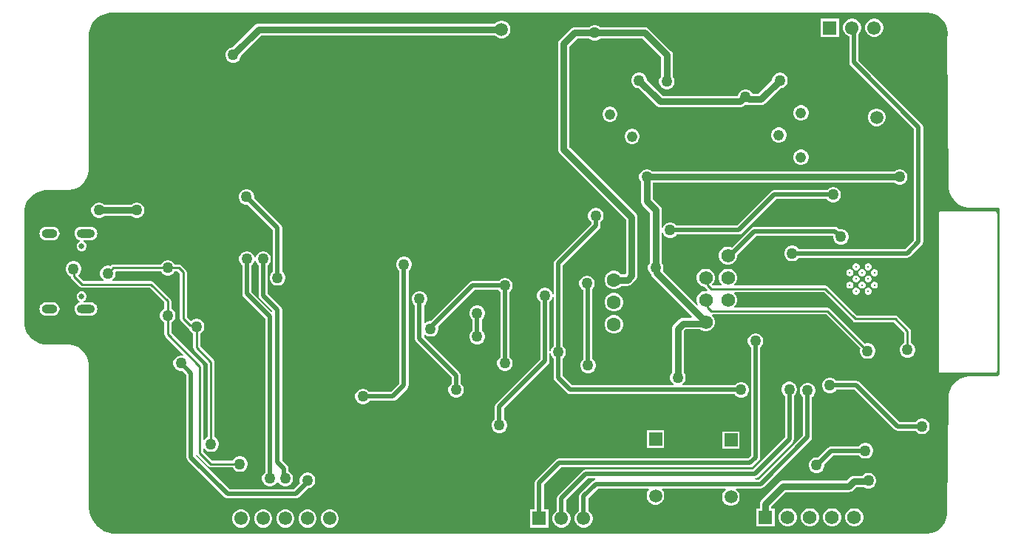
<source format=gbl>
G04*
G04 #@! TF.GenerationSoftware,Altium Limited,Altium Designer,23.2.1 (34)*
G04*
G04 Layer_Physical_Order=2*
G04 Layer_Color=16711680*
%FSLAX44Y44*%
%MOMM*%
G71*
G04*
G04 #@! TF.SameCoordinates,75154B13-1296-4508-9C84-23632F313CF3*
G04*
G04*
G04 #@! TF.FilePolarity,Positive*
G04*
G01*
G75*
%ADD16C,0.2540*%
%ADD83R,1.5700X1.5700*%
%ADD84C,1.5700*%
%ADD85R,1.5500X1.5500*%
%ADD86C,1.5500*%
%ADD89R,1.5700X1.5700*%
%ADD92C,0.8000*%
%ADD93C,0.5000*%
%ADD94C,1.6000*%
%ADD95R,1.6000X1.6000*%
%ADD96O,1.8000X1.0000*%
%ADD97C,0.6500*%
%ADD98O,2.1000X1.0000*%
%ADD99C,0.3000*%
%ADD100R,1.5000X1.5000*%
%ADD101C,1.5000*%
%ADD102C,1.5080*%
%ADD103R,1.5080X1.5080*%
%ADD104C,3.0000*%
%ADD105C,1.2100*%
%ADD106C,1.2700*%
G36*
X1605934Y994122D02*
X1609593Y992937D01*
X1613021Y991193D01*
X1616134Y988933D01*
X1618853Y986214D01*
X1621113Y983101D01*
X1622857Y979673D01*
X1624042Y976014D01*
X1624639Y972215D01*
X1624634Y968369D01*
X1624330Y966470D01*
X1624330D01*
X1624330Y966470D01*
X1625600Y796290D01*
X1625722Y793800D01*
X1626694Y788917D01*
X1628599Y784316D01*
X1631366Y780176D01*
X1634886Y776656D01*
X1639026Y773889D01*
X1643627Y771984D01*
X1648510Y771012D01*
X1651000Y770890D01*
X1683003D01*
X1683469Y770697D01*
X1683827Y770339D01*
X1684020Y769873D01*
Y769620D01*
X1684020Y581660D01*
X1684020Y580902D01*
X1683440Y579501D01*
X1682368Y578429D01*
X1681405Y578031D01*
X1680210Y577850D01*
Y577850D01*
X1651000Y577850D01*
X1648629Y577858D01*
X1643941Y577180D01*
X1639475Y575600D01*
X1635403Y573179D01*
X1631882Y570010D01*
X1629047Y566215D01*
X1627007Y561940D01*
X1625840Y557349D01*
X1625600Y554990D01*
X1625600Y554990D01*
X1625600Y554990D01*
X1624330Y422910D01*
X1624330Y420408D01*
X1623354Y415501D01*
X1621440Y410878D01*
X1618660Y406718D01*
X1615122Y403180D01*
X1610962Y400400D01*
X1606339Y398486D01*
X1601432Y397510D01*
X1598930Y397510D01*
X673100D01*
X671019Y397510D01*
X666892Y398053D01*
X662872Y399130D01*
X659027Y400723D01*
X655422Y402804D01*
X652120Y405338D01*
X649177Y408281D01*
X646644Y411583D01*
X644563Y415187D01*
X642970Y419032D01*
X641893Y423052D01*
X641350Y427179D01*
X641350Y429260D01*
X641350Y589280D01*
X641228Y591770D01*
X640257Y596653D01*
X638351Y601254D01*
X635585Y605394D01*
X632064Y608915D01*
X627924Y611681D01*
X623323Y613586D01*
X618440Y614558D01*
X615950Y614680D01*
X615950Y614680D01*
X615950Y614680D01*
X592660Y614680D01*
X590158Y614680D01*
X585251Y615656D01*
X580629Y617571D01*
X576468Y620350D01*
X572930Y623888D01*
X570151Y628049D01*
X568236Y632671D01*
X567260Y637578D01*
X567260Y640080D01*
Y765810D01*
X567260Y768312D01*
X568236Y773219D01*
X570151Y777841D01*
X572930Y782001D01*
X576468Y785539D01*
X580629Y788319D01*
X585251Y790234D01*
X590158Y791210D01*
X592660Y791210D01*
X592660Y791210D01*
X615950D01*
X618440Y791332D01*
X623323Y792304D01*
X627924Y794209D01*
X632064Y796975D01*
X635584Y800496D01*
X638351Y804637D01*
X640256Y809237D01*
X641228Y814120D01*
X641350Y816610D01*
Y969010D01*
Y971512D01*
X642326Y976419D01*
X644241Y981041D01*
X647020Y985201D01*
X650558Y988739D01*
X654719Y991519D01*
X659341Y993434D01*
X664248Y994410D01*
X666750D01*
X666750Y994410D01*
X704850D01*
X1596390Y994410D01*
X1598289Y994714D01*
X1602135Y994720D01*
X1605934Y994122D01*
D02*
G37*
%LPC*%
G36*
X1541865Y987534D02*
X1539155D01*
X1536538Y986833D01*
X1534192Y985478D01*
X1532276Y983562D01*
X1530921Y981216D01*
X1530220Y978599D01*
Y975889D01*
X1530921Y973272D01*
X1532276Y970926D01*
X1534192Y969010D01*
X1536538Y967655D01*
X1539155Y966954D01*
X1541865D01*
X1544482Y967655D01*
X1546828Y969010D01*
X1548744Y970926D01*
X1550099Y973272D01*
X1550800Y975889D01*
Y978599D01*
X1550099Y981216D01*
X1548744Y983562D01*
X1546828Y985478D01*
X1544482Y986833D01*
X1541865Y987534D01*
D02*
G37*
G36*
X1500000D02*
X1479420D01*
Y966954D01*
X1500000D01*
Y987534D01*
D02*
G37*
G36*
X1115112Y985400D02*
X1112468D01*
X1109915Y984716D01*
X1107625Y983394D01*
X1106188Y981956D01*
X835660D01*
X833953Y981732D01*
X832362Y981073D01*
X830996Y980024D01*
X806011Y955040D01*
X805280D01*
X803019Y954434D01*
X800991Y953264D01*
X799336Y951609D01*
X798166Y949581D01*
X797560Y947320D01*
Y944980D01*
X798166Y942719D01*
X799336Y940691D01*
X800991Y939036D01*
X803019Y937866D01*
X805280Y937260D01*
X807620D01*
X809881Y937866D01*
X811909Y939036D01*
X813564Y940691D01*
X814734Y942719D01*
X815340Y944980D01*
Y945711D01*
X838392Y968764D01*
X1106188D01*
X1107625Y967326D01*
X1109915Y966004D01*
X1112468Y965320D01*
X1115112D01*
X1117665Y966004D01*
X1119955Y967326D01*
X1121824Y969195D01*
X1123146Y971485D01*
X1123830Y974038D01*
Y976682D01*
X1123146Y979235D01*
X1121824Y981525D01*
X1119955Y983394D01*
X1117665Y984716D01*
X1115112Y985400D01*
D02*
G37*
G36*
X1221640Y980440D02*
X1219300D01*
X1217039Y979834D01*
X1215011Y978664D01*
X1214494Y978146D01*
X1197610D01*
X1195903Y977922D01*
X1194312Y977263D01*
X1192946Y976214D01*
X1180246Y963514D01*
X1179197Y962148D01*
X1178538Y960557D01*
X1178314Y958850D01*
Y838200D01*
X1178538Y836493D01*
X1179197Y834902D01*
X1180246Y833536D01*
X1256042Y757739D01*
Y695954D01*
X1255024Y694936D01*
X1250616D01*
X1248778Y696774D01*
X1246375Y698162D01*
X1243694Y698880D01*
X1240919D01*
X1238238Y698162D01*
X1235835Y696774D01*
X1233872Y694812D01*
X1232485Y692408D01*
X1231766Y689728D01*
Y686952D01*
X1232485Y684272D01*
X1233872Y681868D01*
X1235835Y679906D01*
X1238238Y678518D01*
X1240919Y677800D01*
X1243694D01*
X1246375Y678518D01*
X1248778Y679906D01*
X1250616Y681744D01*
X1257756D01*
X1259464Y681968D01*
X1261055Y682627D01*
X1262421Y683676D01*
X1267303Y688558D01*
X1268351Y689924D01*
X1269010Y691515D01*
X1269235Y693222D01*
Y760472D01*
X1269010Y762179D01*
X1268351Y763770D01*
X1267303Y765136D01*
X1191506Y840932D01*
Y956118D01*
X1200342Y964954D01*
X1214494D01*
X1215011Y964436D01*
X1217039Y963266D01*
X1219300Y962660D01*
X1221640D01*
X1223901Y963266D01*
X1225929Y964436D01*
X1226446Y964954D01*
X1274888D01*
X1296424Y943418D01*
Y921646D01*
X1295906Y921129D01*
X1294736Y919101D01*
X1294130Y916840D01*
Y914500D01*
X1294736Y912239D01*
X1295906Y910211D01*
X1297561Y908556D01*
X1299589Y907386D01*
X1301850Y906780D01*
X1304190D01*
X1306451Y907386D01*
X1308479Y908556D01*
X1310134Y910211D01*
X1311304Y912239D01*
X1311910Y914500D01*
Y916840D01*
X1311304Y919101D01*
X1310134Y921129D01*
X1309616Y921646D01*
Y946150D01*
X1309392Y947857D01*
X1308733Y949448D01*
X1307684Y950814D01*
X1282284Y976214D01*
X1280918Y977263D01*
X1279327Y977922D01*
X1277620Y978146D01*
X1226446D01*
X1225929Y978664D01*
X1223901Y979834D01*
X1221640Y980440D01*
D02*
G37*
G36*
X1433730Y925830D02*
X1431390D01*
X1429129Y925224D01*
X1427101Y924054D01*
X1425446Y922399D01*
X1424276Y920371D01*
X1423670Y918110D01*
Y917379D01*
X1408238Y901946D01*
X1401113D01*
X1400304Y903349D01*
X1398649Y905004D01*
X1396621Y906174D01*
X1394360Y906780D01*
X1392020D01*
X1389759Y906174D01*
X1387731Y905004D01*
X1386076Y903349D01*
X1384906Y901321D01*
X1384498Y899798D01*
X1384106Y899406D01*
X1298132D01*
X1280160Y917379D01*
Y918110D01*
X1279554Y920371D01*
X1278384Y922399D01*
X1276729Y924054D01*
X1274701Y925224D01*
X1272440Y925830D01*
X1270100D01*
X1267839Y925224D01*
X1265811Y924054D01*
X1264156Y922399D01*
X1262986Y920371D01*
X1262380Y918110D01*
Y915770D01*
X1262986Y913509D01*
X1264156Y911481D01*
X1265811Y909826D01*
X1267839Y908656D01*
X1270100Y908050D01*
X1270831D01*
X1290736Y888146D01*
X1292102Y887097D01*
X1293693Y886438D01*
X1295400Y886214D01*
X1386838D01*
X1388546Y886438D01*
X1390136Y887097D01*
X1391503Y888146D01*
X1392357Y889000D01*
X1394360D01*
X1394896Y889144D01*
X1395294Y888978D01*
X1397002Y888754D01*
X1410970D01*
X1412677Y888978D01*
X1414268Y889637D01*
X1415634Y890686D01*
X1432999Y908050D01*
X1433730D01*
X1435991Y908656D01*
X1438019Y909826D01*
X1439674Y911481D01*
X1440844Y913509D01*
X1441450Y915770D01*
Y918110D01*
X1440844Y920371D01*
X1439674Y922399D01*
X1438019Y924054D01*
X1435991Y925224D01*
X1433730Y925830D01*
D02*
G37*
G36*
X1457755Y888460D02*
X1455494D01*
X1453309Y887875D01*
X1451350Y886744D01*
X1449751Y885144D01*
X1448620Y883186D01*
X1448035Y881001D01*
Y878739D01*
X1448620Y876554D01*
X1449751Y874596D01*
X1451350Y872996D01*
X1453309Y871865D01*
X1455494Y871280D01*
X1457755D01*
X1459940Y871865D01*
X1461899Y872996D01*
X1463498Y874596D01*
X1464629Y876554D01*
X1465215Y878739D01*
Y881001D01*
X1464629Y883186D01*
X1463498Y885144D01*
X1461899Y886744D01*
X1459940Y887875D01*
X1457755Y888460D01*
D02*
G37*
G36*
X1238975Y886860D02*
X1236713D01*
X1234528Y886275D01*
X1232570Y885144D01*
X1230970Y883544D01*
X1229839Y881586D01*
X1229254Y879401D01*
Y877139D01*
X1229839Y874954D01*
X1230970Y872996D01*
X1232570Y871396D01*
X1234528Y870265D01*
X1236713Y869680D01*
X1238975D01*
X1241160Y870265D01*
X1243118Y871396D01*
X1244718Y872996D01*
X1245849Y874954D01*
X1246434Y877139D01*
Y879401D01*
X1245849Y881586D01*
X1244718Y883544D01*
X1243118Y885144D01*
X1241160Y886275D01*
X1238975Y886860D01*
D02*
G37*
G36*
X1544697Y884910D02*
X1542043D01*
X1539479Y884223D01*
X1537181Y882896D01*
X1535304Y881019D01*
X1533977Y878721D01*
X1533290Y876157D01*
Y873503D01*
X1533977Y870939D01*
X1535304Y868641D01*
X1537181Y866764D01*
X1539479Y865437D01*
X1542043Y864750D01*
X1544697D01*
X1547261Y865437D01*
X1549559Y866764D01*
X1551436Y868641D01*
X1552763Y870939D01*
X1553450Y873503D01*
Y876157D01*
X1552763Y878721D01*
X1551436Y881019D01*
X1549559Y882896D01*
X1547261Y884223D01*
X1544697Y884910D01*
D02*
G37*
G36*
X1432355Y863060D02*
X1430094D01*
X1427909Y862475D01*
X1425950Y861344D01*
X1424351Y859744D01*
X1423220Y857786D01*
X1422635Y855601D01*
Y853339D01*
X1423220Y851154D01*
X1424351Y849196D01*
X1425950Y847596D01*
X1427909Y846465D01*
X1430094Y845880D01*
X1432355D01*
X1434540Y846465D01*
X1436499Y847596D01*
X1438098Y849196D01*
X1439229Y851154D01*
X1439815Y853339D01*
Y855601D01*
X1439229Y857786D01*
X1438098Y859744D01*
X1436499Y861344D01*
X1434540Y862475D01*
X1432355Y863060D01*
D02*
G37*
G36*
X1264375Y861460D02*
X1262113D01*
X1259928Y860875D01*
X1257970Y859744D01*
X1256370Y858144D01*
X1255239Y856186D01*
X1254654Y854001D01*
Y851739D01*
X1255239Y849554D01*
X1256370Y847596D01*
X1257970Y845996D01*
X1259928Y844865D01*
X1262113Y844280D01*
X1264375D01*
X1266560Y844865D01*
X1268518Y845996D01*
X1270118Y847596D01*
X1271249Y849554D01*
X1271834Y851739D01*
Y854001D01*
X1271249Y856186D01*
X1270118Y858144D01*
X1268518Y859744D01*
X1266560Y860875D01*
X1264375Y861460D01*
D02*
G37*
G36*
X1457755Y837660D02*
X1455494D01*
X1453309Y837075D01*
X1451350Y835944D01*
X1449751Y834344D01*
X1448620Y832386D01*
X1448035Y830201D01*
Y827939D01*
X1448620Y825754D01*
X1449751Y823796D01*
X1451350Y822196D01*
X1453309Y821065D01*
X1455494Y820480D01*
X1457755D01*
X1459940Y821065D01*
X1461899Y822196D01*
X1463498Y823796D01*
X1464629Y825754D01*
X1465215Y827939D01*
Y830201D01*
X1464629Y832386D01*
X1463498Y834344D01*
X1461899Y835944D01*
X1459940Y837075D01*
X1457755Y837660D01*
D02*
G37*
G36*
X1570890Y815340D02*
X1568550D01*
X1566289Y814734D01*
X1564261Y813564D01*
X1563744Y813046D01*
X1286136D01*
X1285619Y813564D01*
X1283591Y814734D01*
X1281330Y815340D01*
X1278990D01*
X1276729Y814734D01*
X1274701Y813564D01*
X1273046Y811909D01*
X1271876Y809881D01*
X1271270Y807620D01*
Y805280D01*
X1271876Y803019D01*
X1273046Y800991D01*
X1273564Y800474D01*
Y778510D01*
X1273788Y776803D01*
X1274447Y775212D01*
X1275496Y773846D01*
X1283724Y765618D01*
Y708286D01*
X1283206Y707769D01*
X1282036Y705741D01*
X1281430Y703480D01*
Y701140D01*
X1282036Y698879D01*
X1283206Y696851D01*
X1284763Y695294D01*
X1284848Y694653D01*
X1285507Y693062D01*
X1286555Y691696D01*
X1331874Y646376D01*
X1331388Y645203D01*
X1321867D01*
X1320159Y644978D01*
X1318569Y644319D01*
X1317202Y643271D01*
X1311056Y637124D01*
X1310007Y635758D01*
X1309348Y634167D01*
X1309124Y632460D01*
Y582556D01*
X1308606Y582039D01*
X1307436Y580011D01*
X1306830Y577750D01*
Y575410D01*
X1307436Y573149D01*
X1308606Y571121D01*
X1310261Y569466D01*
X1311037Y569019D01*
X1310696Y567749D01*
X1194659D01*
X1183699Y578708D01*
Y598492D01*
X1184019Y598676D01*
X1185674Y600331D01*
X1186844Y602359D01*
X1187450Y604620D01*
Y606960D01*
X1186844Y609221D01*
X1185674Y611249D01*
X1184019Y612904D01*
X1183699Y613088D01*
Y705262D01*
X1225374Y746936D01*
X1226488Y748604D01*
X1226879Y750570D01*
Y754702D01*
X1227199Y754886D01*
X1228854Y756541D01*
X1230024Y758569D01*
X1230630Y760830D01*
Y763170D01*
X1230024Y765431D01*
X1228854Y767459D01*
X1227199Y769114D01*
X1225171Y770284D01*
X1222910Y770890D01*
X1220570D01*
X1218309Y770284D01*
X1216281Y769114D01*
X1214626Y767459D01*
X1213456Y765431D01*
X1212850Y763170D01*
Y760830D01*
X1213456Y758569D01*
X1214626Y756541D01*
X1216281Y754886D01*
X1216601Y754702D01*
Y752699D01*
X1174926Y711024D01*
X1173812Y709357D01*
X1173421Y707390D01*
Y672117D01*
X1172151Y671950D01*
X1171604Y673991D01*
X1170434Y676019D01*
X1168779Y677674D01*
X1166751Y678844D01*
X1164490Y679450D01*
X1162150D01*
X1159889Y678844D01*
X1157861Y677674D01*
X1156206Y676019D01*
X1155036Y673991D01*
X1154430Y671730D01*
Y669390D01*
X1155036Y667129D01*
X1156206Y665101D01*
X1157861Y663446D01*
X1158181Y663261D01*
Y597758D01*
X1107616Y547194D01*
X1106502Y545527D01*
X1106111Y543560D01*
Y529268D01*
X1105791Y529084D01*
X1104136Y527429D01*
X1102966Y525401D01*
X1102360Y523140D01*
Y520800D01*
X1102966Y518539D01*
X1104136Y516511D01*
X1105791Y514856D01*
X1107819Y513686D01*
X1110080Y513080D01*
X1112420D01*
X1114681Y513686D01*
X1116709Y514856D01*
X1118364Y516511D01*
X1119534Y518539D01*
X1120140Y520800D01*
Y523140D01*
X1119534Y525401D01*
X1118364Y527429D01*
X1116709Y529084D01*
X1116389Y529268D01*
Y541432D01*
X1166954Y591996D01*
X1168068Y593663D01*
X1168459Y595630D01*
Y604233D01*
X1169729Y604400D01*
X1170276Y602359D01*
X1171446Y600331D01*
X1173101Y598676D01*
X1173421Y598492D01*
Y576580D01*
X1173812Y574613D01*
X1174926Y572946D01*
X1188896Y558976D01*
X1190564Y557862D01*
X1192530Y557471D01*
X1380811D01*
X1380996Y557151D01*
X1382651Y555496D01*
X1384679Y554326D01*
X1386940Y553720D01*
X1389280D01*
X1391541Y554326D01*
X1393569Y555496D01*
X1395224Y557151D01*
X1396394Y559179D01*
X1397000Y561440D01*
Y563780D01*
X1396394Y566041D01*
X1395224Y568069D01*
X1393569Y569724D01*
X1391541Y570894D01*
X1389280Y571500D01*
X1386940D01*
X1384679Y570894D01*
X1382651Y569724D01*
X1380996Y568069D01*
X1380811Y567749D01*
X1320744D01*
X1320403Y569019D01*
X1321179Y569466D01*
X1322834Y571121D01*
X1324004Y573149D01*
X1324610Y575410D01*
Y577750D01*
X1324004Y580011D01*
X1322834Y582039D01*
X1322316Y582556D01*
Y629728D01*
X1324599Y632010D01*
X1340876D01*
X1341120Y631766D01*
X1343489Y630398D01*
X1346132Y629690D01*
X1348867D01*
X1351510Y630398D01*
X1353879Y631766D01*
X1355814Y633700D01*
X1357182Y636070D01*
X1357890Y638712D01*
Y641448D01*
X1357182Y644090D01*
X1355814Y646460D01*
X1354648Y647625D01*
X1355174Y648895D01*
X1485561D01*
X1524470Y609986D01*
X1524000Y608230D01*
Y605890D01*
X1524606Y603629D01*
X1525776Y601601D01*
X1527431Y599946D01*
X1529459Y598776D01*
X1531720Y598170D01*
X1534060D01*
X1536321Y598776D01*
X1538349Y599946D01*
X1540004Y601601D01*
X1541174Y603629D01*
X1541780Y605890D01*
Y608230D01*
X1541174Y610491D01*
X1540004Y612519D01*
X1538349Y614174D01*
X1536321Y615344D01*
X1534060Y615950D01*
X1531720D01*
X1529964Y615480D01*
X1489917Y655527D01*
X1488657Y656369D01*
X1487170Y656665D01*
X1380574D01*
X1380048Y657935D01*
X1381214Y659100D01*
X1382582Y661470D01*
X1383290Y664112D01*
Y666848D01*
X1382582Y669490D01*
X1381214Y671860D01*
X1380048Y673025D01*
X1380574Y674295D01*
X1483021D01*
X1516173Y641143D01*
X1517433Y640301D01*
X1518920Y640005D01*
X1563031D01*
X1574725Y628311D01*
Y616353D01*
X1573151Y615444D01*
X1571496Y613789D01*
X1570326Y611761D01*
X1569720Y609500D01*
Y607160D01*
X1570326Y604899D01*
X1571496Y602871D01*
X1573151Y601216D01*
X1575179Y600046D01*
X1577440Y599440D01*
X1579780D01*
X1582041Y600046D01*
X1584069Y601216D01*
X1585724Y602871D01*
X1586894Y604899D01*
X1587500Y607160D01*
Y609500D01*
X1586894Y611761D01*
X1585724Y613789D01*
X1584069Y615444D01*
X1582495Y616353D01*
Y629920D01*
X1582199Y631407D01*
X1581357Y632667D01*
X1567387Y646637D01*
X1566127Y647479D01*
X1564640Y647775D01*
X1520529D01*
X1487377Y680927D01*
X1486117Y681769D01*
X1484630Y682065D01*
X1380574D01*
X1380048Y683335D01*
X1381214Y684500D01*
X1382582Y686870D01*
X1383290Y689512D01*
Y692248D01*
X1382582Y694890D01*
X1381214Y697260D01*
X1379279Y699194D01*
X1376910Y700562D01*
X1374267Y701270D01*
X1371532D01*
X1368889Y700562D01*
X1366520Y699194D01*
X1364586Y697260D01*
X1363218Y694890D01*
X1362510Y692248D01*
Y689512D01*
X1363218Y686870D01*
X1364586Y684500D01*
X1365751Y683335D01*
X1365225Y682065D01*
X1355429D01*
X1354404Y683090D01*
X1355814Y684500D01*
X1357182Y686870D01*
X1357890Y689512D01*
Y692248D01*
X1357182Y694890D01*
X1355814Y697260D01*
X1353879Y699194D01*
X1351510Y700562D01*
X1348867Y701270D01*
X1346132D01*
X1343489Y700562D01*
X1341120Y699194D01*
X1339185Y697260D01*
X1337818Y694890D01*
X1337110Y692248D01*
Y689512D01*
X1337818Y686870D01*
X1339185Y684500D01*
X1341120Y682566D01*
X1343489Y681198D01*
X1346132Y680490D01*
X1346433D01*
X1347271Y679236D01*
X1349488Y677019D01*
X1348903Y675935D01*
X1348840Y675870D01*
X1346132D01*
X1343489Y675162D01*
X1341120Y673794D01*
X1339185Y671860D01*
X1337818Y669490D01*
X1337110Y666848D01*
Y664112D01*
X1337818Y661470D01*
X1338614Y660091D01*
X1337598Y659311D01*
X1298394Y698514D01*
X1298604Y698879D01*
X1299210Y701140D01*
Y703480D01*
X1298604Y705741D01*
X1297434Y707769D01*
X1296916Y708286D01*
Y743233D01*
X1298186Y743400D01*
X1298546Y742059D01*
X1299716Y740031D01*
X1301371Y738376D01*
X1303399Y737206D01*
X1305660Y736600D01*
X1308000D01*
X1310261Y737206D01*
X1312289Y738376D01*
X1313944Y740031D01*
X1314129Y740351D01*
X1385570D01*
X1387536Y740742D01*
X1389204Y741856D01*
X1428338Y780991D01*
X1486221D01*
X1486406Y780671D01*
X1488061Y779016D01*
X1490089Y777846D01*
X1492350Y777240D01*
X1494690D01*
X1496951Y777846D01*
X1498979Y779016D01*
X1500634Y780671D01*
X1501804Y782699D01*
X1502410Y784960D01*
Y787300D01*
X1501804Y789561D01*
X1500634Y791589D01*
X1498979Y793244D01*
X1496951Y794414D01*
X1494690Y795020D01*
X1492350D01*
X1490089Y794414D01*
X1488061Y793244D01*
X1486406Y791589D01*
X1486221Y791269D01*
X1426210D01*
X1424243Y790878D01*
X1422576Y789764D01*
X1383441Y750629D01*
X1314129D01*
X1313944Y750949D01*
X1312289Y752604D01*
X1310261Y753774D01*
X1308000Y754380D01*
X1305660D01*
X1303399Y753774D01*
X1301371Y752604D01*
X1299716Y750949D01*
X1298546Y748921D01*
X1298186Y747580D01*
X1296916Y747747D01*
Y768350D01*
X1296692Y770057D01*
X1296033Y771648D01*
X1294984Y773014D01*
X1286756Y781242D01*
Y799854D01*
X1563744D01*
X1564261Y799336D01*
X1566289Y798166D01*
X1568550Y797560D01*
X1570890D01*
X1573151Y798166D01*
X1575179Y799336D01*
X1576834Y800991D01*
X1578004Y803019D01*
X1578610Y805280D01*
Y807620D01*
X1578004Y809881D01*
X1576834Y811909D01*
X1575179Y813564D01*
X1573151Y814734D01*
X1570890Y815340D01*
D02*
G37*
G36*
X697130Y777240D02*
X694790D01*
X692529Y776634D01*
X690501Y775464D01*
X689984Y774946D01*
X658756D01*
X658239Y775464D01*
X656211Y776634D01*
X653950Y777240D01*
X651610D01*
X649349Y776634D01*
X647321Y775464D01*
X645666Y773809D01*
X644496Y771781D01*
X643890Y769520D01*
Y767180D01*
X644496Y764919D01*
X645666Y762891D01*
X647321Y761236D01*
X649349Y760066D01*
X651610Y759460D01*
X653950D01*
X656211Y760066D01*
X658239Y761236D01*
X658756Y761754D01*
X689984D01*
X690501Y761236D01*
X692529Y760066D01*
X694790Y759460D01*
X697130D01*
X699391Y760066D01*
X701419Y761236D01*
X703074Y762891D01*
X704244Y764919D01*
X704850Y767180D01*
Y769520D01*
X704244Y771781D01*
X703074Y773809D01*
X701419Y775464D01*
X699391Y776634D01*
X697130Y777240D01*
D02*
G37*
G36*
X599985Y749305D02*
X591985D01*
X590017Y749046D01*
X588182Y748286D01*
X586607Y747078D01*
X585399Y745502D01*
X584639Y743668D01*
X584380Y741700D01*
X584639Y739732D01*
X585399Y737897D01*
X586607Y736322D01*
X588182Y735114D01*
X590017Y734354D01*
X591985Y734095D01*
X599985D01*
X601953Y734354D01*
X603787Y735114D01*
X605363Y736322D01*
X606571Y737897D01*
X607331Y739732D01*
X607590Y741700D01*
X607331Y743668D01*
X606571Y745502D01*
X605363Y747078D01*
X603787Y748286D01*
X601953Y749046D01*
X599985Y749305D01*
D02*
G37*
G36*
X1495631Y749359D02*
X1403350D01*
X1401384Y748968D01*
X1399716Y747854D01*
X1377490Y725627D01*
X1376910Y725962D01*
X1374267Y726670D01*
X1371532D01*
X1368889Y725962D01*
X1366520Y724594D01*
X1364586Y722660D01*
X1363218Y720290D01*
X1362510Y717648D01*
Y714912D01*
X1363218Y712270D01*
X1364586Y709900D01*
X1366520Y707966D01*
X1368889Y706598D01*
X1371532Y705890D01*
X1374267D01*
X1376910Y706598D01*
X1379279Y707966D01*
X1381214Y709900D01*
X1382582Y712270D01*
X1383290Y714912D01*
Y716892D01*
X1405479Y739081D01*
X1492331D01*
X1493520Y739040D01*
Y736700D01*
X1494126Y734439D01*
X1495296Y732411D01*
X1496951Y730756D01*
X1498979Y729586D01*
X1501240Y728980D01*
X1503580D01*
X1505841Y729586D01*
X1507869Y730756D01*
X1509524Y732411D01*
X1510694Y734439D01*
X1511300Y736700D01*
Y739040D01*
X1510694Y741301D01*
X1509524Y743329D01*
X1507869Y744984D01*
X1505841Y746154D01*
X1503580Y746760D01*
X1501240D01*
X1500544Y746574D01*
X1499265Y747854D01*
X1497598Y748968D01*
X1495631Y749359D01*
D02*
G37*
G36*
X1516465Y987534D02*
X1513755D01*
X1511138Y986833D01*
X1508792Y985478D01*
X1506876Y983562D01*
X1505521Y981216D01*
X1504820Y978599D01*
Y975889D01*
X1505521Y973272D01*
X1506876Y970926D01*
X1508792Y969010D01*
X1511138Y967655D01*
X1511980Y967430D01*
Y937791D01*
X1512372Y935824D01*
X1513485Y934157D01*
X1586171Y861471D01*
Y734214D01*
X1575916Y723959D01*
X1453828D01*
X1453644Y724279D01*
X1451989Y725934D01*
X1449961Y727104D01*
X1447700Y727710D01*
X1445360D01*
X1443099Y727104D01*
X1441071Y725934D01*
X1439416Y724279D01*
X1438246Y722251D01*
X1437640Y719990D01*
Y717650D01*
X1438246Y715389D01*
X1439416Y713361D01*
X1441071Y711706D01*
X1443099Y710536D01*
X1445360Y709930D01*
X1447700D01*
X1449961Y710536D01*
X1451989Y711706D01*
X1453644Y713361D01*
X1453828Y713681D01*
X1578045D01*
X1580011Y714072D01*
X1581678Y715186D01*
X1594944Y728452D01*
X1596058Y730119D01*
X1596449Y732085D01*
Y863600D01*
X1596058Y865566D01*
X1594944Y867234D01*
X1522258Y939920D01*
Y969840D01*
X1523344Y970926D01*
X1524699Y973272D01*
X1525400Y975889D01*
Y978599D01*
X1524699Y981216D01*
X1523344Y983562D01*
X1521428Y985478D01*
X1519082Y986833D01*
X1516465Y987534D01*
D02*
G37*
G36*
X643285Y749305D02*
X632285D01*
X630317Y749046D01*
X628483Y748286D01*
X626907Y747078D01*
X625699Y745502D01*
X624939Y743668D01*
X624680Y741700D01*
X624939Y739732D01*
X625699Y737897D01*
X626907Y736322D01*
X628483Y735114D01*
X630317Y734354D01*
X630930Y734273D01*
X631102Y732970D01*
X629505Y732309D01*
X627877Y730680D01*
X626995Y728552D01*
Y726248D01*
X627877Y724120D01*
X629505Y722491D01*
X631633Y721610D01*
X633937D01*
X636065Y722491D01*
X637693Y724120D01*
X638575Y726248D01*
Y728552D01*
X637693Y730680D01*
X636065Y732309D01*
X634818Y732825D01*
X635071Y734095D01*
X643285D01*
X645253Y734354D01*
X647088Y735114D01*
X648663Y736322D01*
X649871Y737897D01*
X650631Y739732D01*
X650890Y741700D01*
X650631Y743668D01*
X649871Y745502D01*
X648663Y747078D01*
X647088Y748286D01*
X645253Y749046D01*
X643285Y749305D01*
D02*
G37*
G36*
X841910Y721360D02*
X839570D01*
X837309Y720754D01*
X835281Y719584D01*
X833626Y717929D01*
X832456Y715901D01*
X832062Y714430D01*
X830747D01*
X830353Y715901D01*
X829182Y717929D01*
X827527Y719584D01*
X825500Y720754D01*
X823239Y721360D01*
X820898D01*
X818637Y720754D01*
X816610Y719584D01*
X814955Y717929D01*
X813784Y715901D01*
X813179Y713640D01*
Y711300D01*
X813784Y709039D01*
X814955Y707011D01*
X816610Y705356D01*
X816930Y705172D01*
Y672721D01*
X817321Y670755D01*
X818435Y669088D01*
X843221Y644302D01*
Y468308D01*
X842901Y468124D01*
X841246Y466469D01*
X840076Y464441D01*
X839470Y462180D01*
Y459840D01*
X840076Y457579D01*
X841246Y455551D01*
X842901Y453896D01*
X844929Y452726D01*
X847190Y452120D01*
X849530D01*
X851791Y452726D01*
X853819Y453896D01*
X855474Y455551D01*
X856574Y457457D01*
X857250Y457560D01*
X857926Y457457D01*
X859026Y455551D01*
X860681Y453896D01*
X862709Y452726D01*
X864970Y452120D01*
X867310D01*
X869571Y452726D01*
X871599Y453896D01*
X873254Y455551D01*
X874424Y457579D01*
X875030Y459840D01*
Y462180D01*
X874424Y464441D01*
X873254Y466469D01*
X871599Y468124D01*
X869805Y469159D01*
Y472483D01*
X869414Y474450D01*
X868300Y476117D01*
X862389Y482029D01*
Y654050D01*
X861998Y656016D01*
X860884Y657684D01*
X845879Y672689D01*
Y705172D01*
X846199Y705356D01*
X847854Y707011D01*
X849024Y709039D01*
X849630Y711300D01*
Y713640D01*
X849024Y715901D01*
X847854Y717929D01*
X846199Y719584D01*
X844171Y720754D01*
X841910Y721360D01*
D02*
G37*
G36*
X732690Y711200D02*
X730350D01*
X728089Y710594D01*
X726061Y709424D01*
X724406Y707769D01*
X723497Y706195D01*
X669290D01*
X667803Y705899D01*
X666543Y705057D01*
X665866Y704380D01*
X664110Y704850D01*
X661770D01*
X659509Y704244D01*
X657481Y703074D01*
X655826Y701419D01*
X654656Y699391D01*
X654050Y697130D01*
Y694790D01*
X654656Y692529D01*
X655826Y690501D01*
X657481Y688846D01*
X658229Y688415D01*
X657889Y687145D01*
X635339D01*
X628974Y693510D01*
X629029Y693926D01*
X630684Y695581D01*
X631854Y697609D01*
X632460Y699870D01*
Y702210D01*
X631854Y704471D01*
X630684Y706499D01*
X629029Y708154D01*
X627001Y709324D01*
X624740Y709930D01*
X622400D01*
X620139Y709324D01*
X618111Y708154D01*
X616456Y706499D01*
X615286Y704471D01*
X614680Y702210D01*
Y699870D01*
X615286Y697609D01*
X616456Y695581D01*
X618111Y693926D01*
X620139Y692756D01*
X620519Y692654D01*
Y692586D01*
X620815Y691099D01*
X621657Y689839D01*
X630983Y680513D01*
X632243Y679671D01*
X633730Y679375D01*
X710861D01*
X727635Y662601D01*
Y655723D01*
X726061Y654814D01*
X724406Y653159D01*
X723236Y651131D01*
X722630Y648870D01*
Y646530D01*
X723236Y644269D01*
X724406Y642241D01*
X726061Y640586D01*
X727635Y639678D01*
Y626110D01*
X727931Y624623D01*
X728773Y623363D01*
X749175Y602961D01*
X748518Y601823D01*
X747930Y601980D01*
X745590D01*
X743329Y601374D01*
X741301Y600204D01*
X739646Y598549D01*
X738476Y596521D01*
X737870Y594260D01*
Y591920D01*
X738476Y589659D01*
X739646Y587631D01*
X741301Y585976D01*
X743329Y584806D01*
X745590Y584200D01*
X747930D01*
X748287Y584296D01*
X753051Y579532D01*
Y485140D01*
X753442Y483173D01*
X754556Y481506D01*
X796466Y439596D01*
X798133Y438482D01*
X800100Y438091D01*
X877927D01*
X879894Y438482D01*
X881561Y439596D01*
X892001Y450036D01*
X892710D01*
X894971Y450642D01*
X896999Y451813D01*
X898654Y453468D01*
X899824Y455495D01*
X900430Y457756D01*
Y460097D01*
X899824Y462358D01*
X898654Y464385D01*
X896999Y466040D01*
X894971Y467211D01*
X892710Y467816D01*
X890370D01*
X888109Y467211D01*
X886081Y466040D01*
X884426Y464385D01*
X883256Y462358D01*
X882650Y460097D01*
Y457756D01*
X883186Y455756D01*
X875799Y448369D01*
X802228D01*
X763329Y487268D01*
Y489424D01*
X764599Y489549D01*
X764761Y488733D01*
X765603Y487473D01*
X778303Y474773D01*
X779563Y473931D01*
X781050Y473635D01*
X806048D01*
X806956Y472061D01*
X808611Y470406D01*
X810639Y469236D01*
X812900Y468630D01*
X815240D01*
X817501Y469236D01*
X819529Y470406D01*
X821184Y472061D01*
X822354Y474089D01*
X822960Y476350D01*
Y478690D01*
X822354Y480951D01*
X821184Y482979D01*
X819529Y484634D01*
X817501Y485804D01*
X815240Y486410D01*
X812900D01*
X810639Y485804D01*
X808611Y484634D01*
X806956Y482979D01*
X806048Y481405D01*
X782659D01*
X772235Y491829D01*
Y495329D01*
X773505Y495669D01*
X773936Y494921D01*
X775591Y493266D01*
X777619Y492096D01*
X779880Y491490D01*
X782220D01*
X784481Y492096D01*
X786509Y493266D01*
X788164Y494921D01*
X789334Y496949D01*
X789940Y499210D01*
Y501550D01*
X789334Y503811D01*
X788164Y505839D01*
X786509Y507494D01*
X784935Y508402D01*
Y594360D01*
X784639Y595847D01*
X783797Y597107D01*
X768425Y612479D01*
Y626978D01*
X769999Y627886D01*
X771654Y629541D01*
X772824Y631569D01*
X773430Y633830D01*
Y636170D01*
X772824Y638431D01*
X771654Y640459D01*
X769999Y642114D01*
X767971Y643284D01*
X765710Y643890D01*
X763370D01*
X761109Y643284D01*
X759081Y642114D01*
X757826Y640858D01*
X753185Y645499D01*
Y697230D01*
X752889Y698717D01*
X752047Y699977D01*
X746967Y705057D01*
X745707Y705899D01*
X744220Y706195D01*
X739542D01*
X738634Y707769D01*
X736979Y709424D01*
X734951Y710594D01*
X732690Y711200D01*
D02*
G37*
G36*
X1534374Y707680D02*
X1532766D01*
X1531281Y707065D01*
X1530145Y705928D01*
X1529530Y704444D01*
Y702836D01*
X1530145Y701351D01*
X1531281Y700215D01*
X1532766Y699600D01*
X1534374D01*
X1535858Y700215D01*
X1536995Y701351D01*
X1537610Y702836D01*
Y704444D01*
X1536995Y705928D01*
X1535858Y707065D01*
X1534374Y707680D01*
D02*
G37*
G36*
X1520374D02*
X1518766D01*
X1517281Y707065D01*
X1516145Y705928D01*
X1515530Y704444D01*
Y702836D01*
X1516145Y701351D01*
X1517281Y700215D01*
X1518766Y699600D01*
X1520374D01*
X1521859Y700215D01*
X1522995Y701351D01*
X1523610Y702836D01*
Y704444D01*
X1522995Y705928D01*
X1521859Y707065D01*
X1520374Y707680D01*
D02*
G37*
G36*
X1541374Y700680D02*
X1539766D01*
X1538282Y700065D01*
X1537145Y698929D01*
X1536530Y697444D01*
Y695836D01*
X1537145Y694352D01*
X1538282Y693215D01*
X1539766Y692600D01*
X1541374D01*
X1542858Y693215D01*
X1543995Y694352D01*
X1544610Y695836D01*
Y697444D01*
X1543995Y698929D01*
X1542858Y700065D01*
X1541374Y700680D01*
D02*
G37*
G36*
X1527374D02*
X1525766D01*
X1524281Y700065D01*
X1523145Y698929D01*
X1522530Y697444D01*
Y695836D01*
X1523145Y694352D01*
X1524281Y693215D01*
X1525766Y692600D01*
X1527374D01*
X1528858Y693215D01*
X1529995Y694352D01*
X1530610Y695836D01*
Y697444D01*
X1529995Y698929D01*
X1528858Y700065D01*
X1527374Y700680D01*
D02*
G37*
G36*
X1513374D02*
X1511766D01*
X1510282Y700065D01*
X1509145Y698929D01*
X1508530Y697444D01*
Y695836D01*
X1509145Y694352D01*
X1510282Y693215D01*
X1511766Y692600D01*
X1513374D01*
X1514859Y693215D01*
X1515995Y694352D01*
X1516610Y695836D01*
Y697444D01*
X1515995Y698929D01*
X1514859Y700065D01*
X1513374Y700680D01*
D02*
G37*
G36*
X1534374Y693680D02*
X1532766D01*
X1531281Y693065D01*
X1530145Y691928D01*
X1529530Y690444D01*
Y688836D01*
X1530145Y687352D01*
X1531281Y686215D01*
X1532766Y685600D01*
X1534374D01*
X1535858Y686215D01*
X1536995Y687352D01*
X1537610Y688836D01*
Y690444D01*
X1536995Y691928D01*
X1535858Y693065D01*
X1534374Y693680D01*
D02*
G37*
G36*
X1520374D02*
X1518766D01*
X1517281Y693065D01*
X1516145Y691928D01*
X1515530Y690444D01*
Y688836D01*
X1516145Y687352D01*
X1517281Y686215D01*
X1518766Y685600D01*
X1520374D01*
X1521859Y686215D01*
X1522995Y687352D01*
X1523610Y688836D01*
Y690444D01*
X1522995Y691928D01*
X1521859Y693065D01*
X1520374Y693680D01*
D02*
G37*
G36*
X822860Y792480D02*
X820520D01*
X818259Y791874D01*
X816231Y790704D01*
X814576Y789049D01*
X813406Y787021D01*
X812800Y784760D01*
Y782420D01*
X813406Y780159D01*
X814576Y778131D01*
X816231Y776476D01*
X818259Y775306D01*
X820520Y774700D01*
X822860D01*
X823217Y774796D01*
X852111Y745901D01*
Y698178D01*
X851791Y697994D01*
X850136Y696339D01*
X848966Y694311D01*
X848360Y692050D01*
Y689710D01*
X848966Y687449D01*
X850136Y685421D01*
X851791Y683766D01*
X853819Y682596D01*
X856080Y681990D01*
X858420D01*
X860681Y682596D01*
X862709Y683766D01*
X864364Y685421D01*
X865534Y687449D01*
X866140Y689710D01*
Y692050D01*
X865534Y694311D01*
X864364Y696339D01*
X862709Y697994D01*
X862389Y698178D01*
Y748030D01*
X861998Y749996D01*
X860884Y751664D01*
X830484Y782063D01*
X830580Y782420D01*
Y784760D01*
X829974Y787021D01*
X828804Y789049D01*
X827149Y790704D01*
X825121Y791874D01*
X822860Y792480D01*
D02*
G37*
G36*
X1541374Y686680D02*
X1539766D01*
X1538282Y686065D01*
X1537145Y684929D01*
X1536530Y683444D01*
Y681836D01*
X1537145Y680351D01*
X1538282Y679215D01*
X1539766Y678600D01*
X1541374D01*
X1542858Y679215D01*
X1543995Y680351D01*
X1544610Y681836D01*
Y683444D01*
X1543995Y684929D01*
X1542858Y686065D01*
X1541374Y686680D01*
D02*
G37*
G36*
X1527374D02*
X1525766D01*
X1524281Y686065D01*
X1523145Y684929D01*
X1522530Y683444D01*
Y681836D01*
X1523145Y680351D01*
X1524281Y679215D01*
X1525766Y678600D01*
X1527374D01*
X1528858Y679215D01*
X1529995Y680351D01*
X1530610Y681836D01*
Y683444D01*
X1529995Y684929D01*
X1528858Y686065D01*
X1527374Y686680D01*
D02*
G37*
G36*
X1513374D02*
X1511766D01*
X1510282Y686065D01*
X1509145Y684929D01*
X1508530Y683444D01*
Y681836D01*
X1509145Y680351D01*
X1510282Y679215D01*
X1511766Y678600D01*
X1513374D01*
X1514859Y679215D01*
X1515995Y680351D01*
X1516610Y681836D01*
Y683444D01*
X1515995Y684929D01*
X1514859Y686065D01*
X1513374Y686680D01*
D02*
G37*
G36*
X1534374Y679680D02*
X1532766D01*
X1531281Y679065D01*
X1530145Y677928D01*
X1529530Y676444D01*
Y674836D01*
X1530145Y673352D01*
X1531281Y672215D01*
X1532766Y671600D01*
X1534374D01*
X1535858Y672215D01*
X1536995Y673352D01*
X1537610Y674836D01*
Y676444D01*
X1536995Y677928D01*
X1535858Y679065D01*
X1534374Y679680D01*
D02*
G37*
G36*
X1520374D02*
X1518766D01*
X1517281Y679065D01*
X1516145Y677928D01*
X1515530Y676444D01*
Y674836D01*
X1516145Y673352D01*
X1517281Y672215D01*
X1518766Y671600D01*
X1520374D01*
X1521859Y672215D01*
X1522995Y673352D01*
X1523610Y674836D01*
Y676444D01*
X1522995Y677928D01*
X1521859Y679065D01*
X1520374Y679680D01*
D02*
G37*
G36*
X1243694Y673480D02*
X1240919D01*
X1238238Y672762D01*
X1235835Y671374D01*
X1233872Y669412D01*
X1232485Y667008D01*
X1231766Y664328D01*
Y661552D01*
X1232485Y658872D01*
X1233872Y656468D01*
X1235835Y654506D01*
X1238238Y653118D01*
X1240919Y652400D01*
X1243694D01*
X1246375Y653118D01*
X1248778Y654506D01*
X1250741Y656468D01*
X1252128Y658872D01*
X1252846Y661552D01*
Y664328D01*
X1252128Y667008D01*
X1250741Y669412D01*
X1248778Y671374D01*
X1246375Y672762D01*
X1243694Y673480D01*
D02*
G37*
G36*
X633937Y675390D02*
X631633D01*
X629505Y674509D01*
X627877Y672880D01*
X626995Y670752D01*
Y668448D01*
X627877Y666320D01*
X629505Y664691D01*
X631102Y664030D01*
X630930Y662727D01*
X630317Y662646D01*
X628483Y661886D01*
X626907Y660678D01*
X625699Y659102D01*
X624939Y657268D01*
X624680Y655300D01*
X624939Y653332D01*
X625699Y651497D01*
X626907Y649922D01*
X628483Y648714D01*
X630317Y647954D01*
X632285Y647695D01*
X643285D01*
X645253Y647954D01*
X647088Y648714D01*
X648663Y649922D01*
X649871Y651497D01*
X650631Y653332D01*
X650890Y655300D01*
X650631Y657268D01*
X649871Y659102D01*
X648663Y660678D01*
X647088Y661886D01*
X645253Y662646D01*
X643285Y662905D01*
X635071D01*
X634818Y664175D01*
X636065Y664691D01*
X637693Y666320D01*
X638575Y668448D01*
Y670752D01*
X637693Y672880D01*
X636065Y674509D01*
X633937Y675390D01*
D02*
G37*
G36*
X599985Y662905D02*
X591985D01*
X590017Y662646D01*
X588182Y661886D01*
X586607Y660678D01*
X585399Y659102D01*
X584639Y657268D01*
X584380Y655300D01*
X584639Y653332D01*
X585399Y651497D01*
X586607Y649922D01*
X588182Y648714D01*
X590017Y647954D01*
X591985Y647695D01*
X599985D01*
X601953Y647954D01*
X603787Y648714D01*
X605363Y649922D01*
X606571Y651497D01*
X607331Y653332D01*
X607590Y655300D01*
X607331Y657268D01*
X606571Y659102D01*
X605363Y660678D01*
X603787Y661886D01*
X601953Y662646D01*
X599985Y662905D01*
D02*
G37*
G36*
X1243694Y648080D02*
X1240919D01*
X1238238Y647362D01*
X1235835Y645974D01*
X1233872Y644012D01*
X1232485Y641608D01*
X1231766Y638928D01*
Y636152D01*
X1232485Y633472D01*
X1233872Y631068D01*
X1235835Y629106D01*
X1238238Y627718D01*
X1240919Y627000D01*
X1243694D01*
X1246375Y627718D01*
X1248778Y629106D01*
X1250741Y631068D01*
X1252128Y633472D01*
X1252846Y636152D01*
Y638928D01*
X1252128Y641608D01*
X1250741Y644012D01*
X1248778Y645974D01*
X1246375Y647362D01*
X1243694Y648080D01*
D02*
G37*
G36*
X1087020Y659130D02*
X1084680D01*
X1082419Y658524D01*
X1080391Y657354D01*
X1078736Y655699D01*
X1077566Y653671D01*
X1076960Y651410D01*
Y649070D01*
X1077566Y646809D01*
X1078736Y644781D01*
X1080391Y643126D01*
X1080711Y642942D01*
Y630868D01*
X1080391Y630684D01*
X1078736Y629029D01*
X1077566Y627001D01*
X1076960Y624740D01*
Y622400D01*
X1077566Y620139D01*
X1078736Y618111D01*
X1080391Y616456D01*
X1082419Y615286D01*
X1084680Y614680D01*
X1087020D01*
X1089281Y615286D01*
X1091309Y616456D01*
X1092964Y618111D01*
X1094134Y620139D01*
X1094740Y622400D01*
Y624740D01*
X1094134Y627001D01*
X1092964Y629029D01*
X1091309Y630684D01*
X1090989Y630868D01*
Y642942D01*
X1091309Y643126D01*
X1092964Y644781D01*
X1094134Y646809D01*
X1094740Y649070D01*
Y651410D01*
X1094134Y653671D01*
X1092964Y655699D01*
X1091309Y657354D01*
X1089281Y658524D01*
X1087020Y659130D01*
D02*
G37*
G36*
X1118770Y690880D02*
X1116430D01*
X1114169Y690274D01*
X1112141Y689104D01*
X1110486Y687449D01*
X1110302Y687129D01*
X1080770D01*
X1078803Y686738D01*
X1077136Y685624D01*
X1032863Y641350D01*
X1031340D01*
X1029079Y640744D01*
X1027051Y639574D01*
X1026219Y638741D01*
X1024949Y639267D01*
Y659452D01*
X1025269Y659636D01*
X1026924Y661291D01*
X1028094Y663319D01*
X1028700Y665580D01*
Y667920D01*
X1028094Y670181D01*
X1026924Y672209D01*
X1025269Y673864D01*
X1023241Y675034D01*
X1020980Y675640D01*
X1018640D01*
X1016379Y675034D01*
X1014351Y673864D01*
X1012696Y672209D01*
X1011526Y670181D01*
X1010920Y667920D01*
Y665580D01*
X1011526Y663319D01*
X1012696Y661291D01*
X1014351Y659636D01*
X1014671Y659452D01*
Y621030D01*
X1015062Y619063D01*
X1016176Y617396D01*
X1056581Y576992D01*
Y569908D01*
X1056261Y569724D01*
X1054606Y568069D01*
X1053436Y566041D01*
X1052830Y563780D01*
Y561440D01*
X1053436Y559179D01*
X1054606Y557151D01*
X1056261Y555496D01*
X1058289Y554326D01*
X1060550Y553720D01*
X1062890D01*
X1065151Y554326D01*
X1067179Y555496D01*
X1068834Y557151D01*
X1070004Y559179D01*
X1070610Y561440D01*
Y563780D01*
X1070004Y566041D01*
X1068834Y568069D01*
X1067179Y569724D01*
X1066859Y569908D01*
Y579120D01*
X1066468Y581087D01*
X1065354Y582754D01*
X1024949Y623158D01*
Y625653D01*
X1026219Y626179D01*
X1027051Y625346D01*
X1029079Y624176D01*
X1031340Y623570D01*
X1033680D01*
X1035941Y624176D01*
X1037969Y625346D01*
X1039624Y627001D01*
X1040794Y629029D01*
X1041400Y631290D01*
Y633630D01*
X1041036Y634989D01*
X1082898Y676851D01*
X1110302D01*
X1110486Y676531D01*
X1112141Y674876D01*
X1112461Y674691D01*
Y600388D01*
X1112141Y600204D01*
X1110486Y598549D01*
X1109316Y596521D01*
X1108710Y594260D01*
Y591920D01*
X1109316Y589659D01*
X1110486Y587631D01*
X1112141Y585976D01*
X1114169Y584806D01*
X1116430Y584200D01*
X1118770D01*
X1121031Y584806D01*
X1123059Y585976D01*
X1124714Y587631D01*
X1125884Y589659D01*
X1126490Y591920D01*
Y594260D01*
X1125884Y596521D01*
X1124714Y598549D01*
X1123059Y600204D01*
X1122739Y600388D01*
Y674691D01*
X1123059Y674876D01*
X1124714Y676531D01*
X1125884Y678559D01*
X1126490Y680820D01*
Y683160D01*
X1125884Y685421D01*
X1124714Y687449D01*
X1123059Y689104D01*
X1121031Y690274D01*
X1118770Y690880D01*
D02*
G37*
G36*
X1678670Y767230D02*
X1616770D01*
X1615779Y767033D01*
X1614939Y766471D01*
X1614377Y765631D01*
X1614180Y764640D01*
Y584640D01*
X1614377Y583649D01*
X1614939Y582809D01*
X1615779Y582247D01*
X1616770Y582050D01*
X1678670D01*
X1679661Y582247D01*
X1680501Y582809D01*
X1681063Y583649D01*
X1681260Y584640D01*
Y764640D01*
X1681063Y765631D01*
X1680501Y766471D01*
X1679661Y767033D01*
X1678670Y767230D01*
D02*
G37*
G36*
X1212750Y693420D02*
X1210410D01*
X1208149Y692814D01*
X1206121Y691644D01*
X1204466Y689989D01*
X1203296Y687961D01*
X1202690Y685700D01*
Y683360D01*
X1203296Y681099D01*
X1204466Y679071D01*
X1206121Y677416D01*
X1207076Y676865D01*
Y597349D01*
X1205736Y596009D01*
X1204566Y593981D01*
X1203960Y591720D01*
Y589380D01*
X1204566Y587119D01*
X1205736Y585091D01*
X1207391Y583436D01*
X1209419Y582266D01*
X1211680Y581660D01*
X1214020D01*
X1216281Y582266D01*
X1218309Y583436D01*
X1219964Y585091D01*
X1221134Y587119D01*
X1221740Y589380D01*
Y591720D01*
X1221134Y593981D01*
X1219964Y596009D01*
X1218309Y597664D01*
X1217354Y598215D01*
Y677731D01*
X1218694Y679071D01*
X1219864Y681099D01*
X1220470Y683360D01*
Y685700D01*
X1219864Y687961D01*
X1218694Y689989D01*
X1217039Y691644D01*
X1215011Y692814D01*
X1212750Y693420D01*
D02*
G37*
G36*
X1003200Y715010D02*
X1000860D01*
X998599Y714404D01*
X996571Y713234D01*
X994916Y711579D01*
X993746Y709551D01*
X993140Y707290D01*
Y704950D01*
X993746Y702689D01*
X994916Y700661D01*
X996571Y699006D01*
X996891Y698821D01*
Y569818D01*
X987202Y560129D01*
X962338D01*
X962154Y560449D01*
X960499Y562104D01*
X958471Y563274D01*
X956210Y563880D01*
X953870D01*
X951609Y563274D01*
X949581Y562104D01*
X947926Y560449D01*
X946756Y558421D01*
X946150Y556160D01*
Y553820D01*
X946756Y551559D01*
X947926Y549531D01*
X949581Y547876D01*
X951609Y546706D01*
X953870Y546100D01*
X956210D01*
X958471Y546706D01*
X960499Y547876D01*
X962154Y549531D01*
X962338Y549851D01*
X989330D01*
X991296Y550242D01*
X992964Y551356D01*
X1005664Y564056D01*
X1006778Y565723D01*
X1007169Y567690D01*
Y698821D01*
X1007489Y699006D01*
X1009144Y700661D01*
X1010314Y702689D01*
X1010920Y704950D01*
Y707290D01*
X1010314Y709551D01*
X1009144Y711579D01*
X1007489Y713234D01*
X1005461Y714404D01*
X1003200Y715010D01*
D02*
G37*
G36*
X1490880Y576580D02*
X1488540D01*
X1486279Y575974D01*
X1484251Y574804D01*
X1482596Y573149D01*
X1481426Y571121D01*
X1480820Y568860D01*
Y566520D01*
X1481426Y564259D01*
X1482596Y562231D01*
X1484251Y560576D01*
X1486279Y559406D01*
X1488540Y558800D01*
X1490880D01*
X1493141Y559406D01*
X1495169Y560576D01*
X1496824Y562231D01*
X1497009Y562551D01*
X1518062D01*
X1563546Y517066D01*
X1565213Y515952D01*
X1567180Y515561D01*
X1587822D01*
X1588006Y515241D01*
X1589661Y513586D01*
X1591689Y512416D01*
X1593950Y511810D01*
X1596290D01*
X1598551Y512416D01*
X1600579Y513586D01*
X1602234Y515241D01*
X1603404Y517269D01*
X1604010Y519530D01*
Y521870D01*
X1603404Y524131D01*
X1602234Y526159D01*
X1600579Y527814D01*
X1598551Y528984D01*
X1596290Y529590D01*
X1593950D01*
X1591689Y528984D01*
X1589661Y527814D01*
X1588006Y526159D01*
X1587822Y525839D01*
X1569308D01*
X1523824Y571324D01*
X1522157Y572438D01*
X1520190Y572829D01*
X1497009D01*
X1496824Y573149D01*
X1495169Y574804D01*
X1493141Y575974D01*
X1490880Y576580D01*
D02*
G37*
G36*
X1300040Y516290D02*
X1279880D01*
Y496130D01*
X1300040D01*
Y516290D01*
D02*
G37*
G36*
X1386400Y515020D02*
X1366240D01*
Y494860D01*
X1386400D01*
Y515020D01*
D02*
G37*
G36*
X1531520Y501650D02*
X1529180D01*
X1526919Y501044D01*
X1524891Y499874D01*
X1523236Y498219D01*
X1523051Y497899D01*
X1490980D01*
X1489014Y497508D01*
X1487346Y496394D01*
X1476147Y485194D01*
X1475640Y485330D01*
X1473300D01*
X1471039Y484724D01*
X1469011Y483554D01*
X1467356Y481899D01*
X1466186Y479871D01*
X1465580Y477610D01*
Y475270D01*
X1466186Y473009D01*
X1467356Y470981D01*
X1469011Y469326D01*
X1471039Y468156D01*
X1473300Y467550D01*
X1475640D01*
X1477901Y468156D01*
X1479929Y469326D01*
X1481584Y470981D01*
X1482754Y473009D01*
X1483360Y475270D01*
Y477610D01*
X1483305Y477817D01*
X1493109Y487621D01*
X1523051D01*
X1523236Y487301D01*
X1524891Y485646D01*
X1526919Y484476D01*
X1529180Y483870D01*
X1531520D01*
X1533781Y484476D01*
X1535809Y485646D01*
X1537464Y487301D01*
X1538634Y489329D01*
X1539240Y491590D01*
Y493930D01*
X1538634Y496191D01*
X1537464Y498219D01*
X1535809Y499874D01*
X1533781Y501044D01*
X1531520Y501650D01*
D02*
G37*
G36*
X1534952Y467450D02*
X1532611D01*
X1530350Y466844D01*
X1528323Y465674D01*
X1526906Y464257D01*
X1516972D01*
X1515265Y464032D01*
X1513674Y463373D01*
X1512308Y462325D01*
X1508699Y458716D01*
X1436370D01*
X1434663Y458492D01*
X1433072Y457833D01*
X1431706Y456784D01*
X1411386Y436464D01*
X1410337Y435098D01*
X1409678Y433507D01*
X1409454Y431800D01*
Y426950D01*
X1405660D01*
Y406170D01*
X1426440D01*
Y426950D01*
X1422646D01*
Y429068D01*
X1439102Y445524D01*
X1511431D01*
X1513139Y445748D01*
X1514730Y446407D01*
X1516096Y447456D01*
X1519704Y451064D01*
X1528984D01*
X1530350Y450276D01*
X1532611Y449670D01*
X1534952D01*
X1537213Y450276D01*
X1539240Y451446D01*
X1540895Y453101D01*
X1542066Y455129D01*
X1542671Y457390D01*
Y459730D01*
X1542066Y461991D01*
X1540895Y464019D01*
X1539240Y465674D01*
X1537213Y466844D01*
X1534952Y467450D01*
D02*
G37*
G36*
X1444496Y571879D02*
X1442155D01*
X1439894Y571273D01*
X1437867Y570102D01*
X1436212Y568447D01*
X1435042Y566420D01*
X1434436Y564159D01*
Y561818D01*
X1435042Y559557D01*
X1436212Y557530D01*
X1437867Y555875D01*
X1438187Y555690D01*
Y508014D01*
X1401402Y471229D01*
X1210310D01*
X1208344Y470838D01*
X1206676Y469724D01*
X1178736Y441784D01*
X1177622Y440117D01*
X1177231Y438150D01*
Y424205D01*
X1176052Y423524D01*
X1174136Y421608D01*
X1172781Y419262D01*
X1172080Y416645D01*
Y413935D01*
X1172781Y411318D01*
X1174136Y408972D01*
X1176052Y407056D01*
X1178398Y405701D01*
X1181015Y405000D01*
X1183725D01*
X1186342Y405701D01*
X1188688Y407056D01*
X1190604Y408972D01*
X1191959Y411318D01*
X1192660Y413935D01*
Y416645D01*
X1191959Y419262D01*
X1190604Y421608D01*
X1188688Y423524D01*
X1187509Y424205D01*
Y436021D01*
X1212439Y460951D01*
X1221024D01*
X1221150Y459681D01*
X1219773Y459408D01*
X1218106Y458294D01*
X1204136Y444324D01*
X1203022Y442657D01*
X1202631Y440690D01*
Y424205D01*
X1201452Y423524D01*
X1199536Y421608D01*
X1198181Y419262D01*
X1197480Y416645D01*
Y413935D01*
X1198181Y411318D01*
X1199536Y408972D01*
X1201452Y407056D01*
X1203798Y405701D01*
X1206415Y405000D01*
X1209125D01*
X1211742Y405701D01*
X1214088Y407056D01*
X1216004Y408972D01*
X1217359Y411318D01*
X1218060Y413935D01*
Y416645D01*
X1217359Y419262D01*
X1216004Y421608D01*
X1214088Y423524D01*
X1212909Y424205D01*
Y438562D01*
X1223868Y449521D01*
X1282220D01*
X1282746Y448251D01*
X1281894Y447399D01*
X1280567Y445101D01*
X1279880Y442537D01*
Y439883D01*
X1280567Y437319D01*
X1281894Y435021D01*
X1283771Y433144D01*
X1286069Y431817D01*
X1288633Y431130D01*
X1291287D01*
X1293851Y431817D01*
X1296149Y433144D01*
X1298026Y435021D01*
X1299353Y437319D01*
X1300040Y439883D01*
Y442537D01*
X1299353Y445101D01*
X1298026Y447399D01*
X1297174Y448251D01*
X1297700Y449521D01*
X1370215D01*
X1370556Y448251D01*
X1370131Y448006D01*
X1368254Y446129D01*
X1366927Y443831D01*
X1366240Y441267D01*
Y438613D01*
X1366927Y436049D01*
X1368254Y433751D01*
X1370131Y431874D01*
X1372429Y430547D01*
X1374993Y429860D01*
X1377647D01*
X1380211Y430547D01*
X1382509Y431874D01*
X1384386Y433751D01*
X1385713Y436049D01*
X1386400Y438613D01*
Y441267D01*
X1385713Y443831D01*
X1384386Y446129D01*
X1382509Y448006D01*
X1382084Y448251D01*
X1382425Y449521D01*
X1410365D01*
X1412331Y449912D01*
X1413998Y451026D01*
X1467704Y504732D01*
X1468818Y506399D01*
X1469209Y508365D01*
Y554520D01*
X1469529Y554704D01*
X1471184Y556360D01*
X1472354Y558387D01*
X1472960Y560648D01*
Y562989D01*
X1472354Y565250D01*
X1471184Y567277D01*
X1469529Y568932D01*
X1467501Y570102D01*
X1465240Y570708D01*
X1462900D01*
X1460639Y570102D01*
X1458611Y568932D01*
X1456956Y567277D01*
X1455786Y565250D01*
X1455180Y562989D01*
Y560648D01*
X1455786Y558387D01*
X1456956Y556360D01*
X1458611Y554704D01*
X1458931Y554520D01*
Y510494D01*
X1408236Y459799D01*
X1404246D01*
X1404121Y461069D01*
X1405497Y461342D01*
X1407164Y462456D01*
X1446960Y502252D01*
X1448073Y503919D01*
X1448465Y505885D01*
Y555690D01*
X1448784Y555875D01*
X1450440Y557530D01*
X1451610Y559557D01*
X1452216Y561818D01*
Y564159D01*
X1451610Y566420D01*
X1450440Y568447D01*
X1448784Y570102D01*
X1446757Y571273D01*
X1444496Y571879D01*
D02*
G37*
G36*
X1519018Y426950D02*
X1516282D01*
X1513640Y426242D01*
X1511270Y424874D01*
X1509336Y422940D01*
X1507968Y420570D01*
X1507260Y417928D01*
Y415192D01*
X1507968Y412550D01*
X1509336Y410180D01*
X1511270Y408246D01*
X1513640Y406878D01*
X1516282Y406170D01*
X1519018D01*
X1521660Y406878D01*
X1524030Y408246D01*
X1525964Y410180D01*
X1527332Y412550D01*
X1528040Y415192D01*
Y417928D01*
X1527332Y420570D01*
X1525964Y422940D01*
X1524030Y424874D01*
X1521660Y426242D01*
X1519018Y426950D01*
D02*
G37*
G36*
X1493618D02*
X1490882D01*
X1488240Y426242D01*
X1485870Y424874D01*
X1483936Y422940D01*
X1482568Y420570D01*
X1481860Y417928D01*
Y415192D01*
X1482568Y412550D01*
X1483936Y410180D01*
X1485870Y408246D01*
X1488240Y406878D01*
X1490882Y406170D01*
X1493618D01*
X1496260Y406878D01*
X1498630Y408246D01*
X1500564Y410180D01*
X1501932Y412550D01*
X1502640Y415192D01*
Y417928D01*
X1501932Y420570D01*
X1500564Y422940D01*
X1498630Y424874D01*
X1496260Y426242D01*
X1493618Y426950D01*
D02*
G37*
G36*
X1468218D02*
X1465482D01*
X1462840Y426242D01*
X1460470Y424874D01*
X1458536Y422940D01*
X1457168Y420570D01*
X1456460Y417928D01*
Y415192D01*
X1457168Y412550D01*
X1458536Y410180D01*
X1460470Y408246D01*
X1462840Y406878D01*
X1465482Y406170D01*
X1468218D01*
X1470860Y406878D01*
X1473230Y408246D01*
X1475164Y410180D01*
X1476532Y412550D01*
X1477240Y415192D01*
Y417928D01*
X1476532Y420570D01*
X1475164Y422940D01*
X1473230Y424874D01*
X1470860Y426242D01*
X1468218Y426950D01*
D02*
G37*
G36*
X1442818D02*
X1440082D01*
X1437440Y426242D01*
X1435070Y424874D01*
X1433136Y422940D01*
X1431768Y420570D01*
X1431060Y417928D01*
Y415192D01*
X1431768Y412550D01*
X1433136Y410180D01*
X1435070Y408246D01*
X1437440Y406878D01*
X1440082Y406170D01*
X1442818D01*
X1445460Y406878D01*
X1447830Y408246D01*
X1449764Y410180D01*
X1451132Y412550D01*
X1451840Y415192D01*
Y417928D01*
X1451132Y420570D01*
X1449764Y422940D01*
X1447830Y424874D01*
X1445460Y426242D01*
X1442818Y426950D01*
D02*
G37*
G36*
X1405790Y627380D02*
X1403450D01*
X1401189Y626774D01*
X1399161Y625604D01*
X1397506Y623949D01*
X1396336Y621921D01*
X1395730Y619660D01*
Y617320D01*
X1396336Y615059D01*
X1397506Y613031D01*
X1399161Y611376D01*
X1399481Y611191D01*
Y487268D01*
X1396142Y483929D01*
X1179830D01*
X1177863Y483538D01*
X1176196Y482424D01*
X1153336Y459564D01*
X1152222Y457896D01*
X1151831Y455930D01*
Y425580D01*
X1146680D01*
Y405000D01*
X1167260D01*
Y425580D01*
X1162109D01*
Y453801D01*
X1181958Y473651D01*
X1398270D01*
X1400237Y474042D01*
X1401904Y475156D01*
X1408254Y481506D01*
X1409368Y483173D01*
X1409759Y485140D01*
Y611191D01*
X1410079Y611376D01*
X1411734Y613031D01*
X1412904Y615059D01*
X1413510Y617320D01*
Y619660D01*
X1412904Y621921D01*
X1411734Y623949D01*
X1410079Y625604D01*
X1408051Y626774D01*
X1405790Y627380D01*
D02*
G37*
G36*
X918295Y425580D02*
X915585D01*
X912968Y424879D01*
X910622Y423524D01*
X908706Y421608D01*
X907351Y419262D01*
X906650Y416645D01*
Y413935D01*
X907351Y411318D01*
X908706Y408972D01*
X910622Y407056D01*
X912968Y405701D01*
X915585Y405000D01*
X918295D01*
X920912Y405701D01*
X923258Y407056D01*
X925174Y408972D01*
X926529Y411318D01*
X927230Y413935D01*
Y416645D01*
X926529Y419262D01*
X925174Y421608D01*
X923258Y423524D01*
X920912Y424879D01*
X918295Y425580D01*
D02*
G37*
G36*
X892895D02*
X890185D01*
X887568Y424879D01*
X885222Y423524D01*
X883306Y421608D01*
X881951Y419262D01*
X881250Y416645D01*
Y413935D01*
X881951Y411318D01*
X883306Y408972D01*
X885222Y407056D01*
X887568Y405701D01*
X890185Y405000D01*
X892895D01*
X895512Y405701D01*
X897858Y407056D01*
X899774Y408972D01*
X901129Y411318D01*
X901830Y413935D01*
Y416645D01*
X901129Y419262D01*
X899774Y421608D01*
X897858Y423524D01*
X895512Y424879D01*
X892895Y425580D01*
D02*
G37*
G36*
X867495D02*
X864785D01*
X862168Y424879D01*
X859822Y423524D01*
X857906Y421608D01*
X856551Y419262D01*
X855850Y416645D01*
Y413935D01*
X856551Y411318D01*
X857906Y408972D01*
X859822Y407056D01*
X862168Y405701D01*
X864785Y405000D01*
X867495D01*
X870112Y405701D01*
X872458Y407056D01*
X874374Y408972D01*
X875729Y411318D01*
X876430Y413935D01*
Y416645D01*
X875729Y419262D01*
X874374Y421608D01*
X872458Y423524D01*
X870112Y424879D01*
X867495Y425580D01*
D02*
G37*
G36*
X842095D02*
X839385D01*
X836768Y424879D01*
X834422Y423524D01*
X832506Y421608D01*
X831151Y419262D01*
X830450Y416645D01*
Y413935D01*
X831151Y411318D01*
X832506Y408972D01*
X834422Y407056D01*
X836768Y405701D01*
X839385Y405000D01*
X842095D01*
X844712Y405701D01*
X847058Y407056D01*
X848974Y408972D01*
X850329Y411318D01*
X851030Y413935D01*
Y416645D01*
X850329Y419262D01*
X848974Y421608D01*
X847058Y423524D01*
X844712Y424879D01*
X842095Y425580D01*
D02*
G37*
G36*
X816695D02*
X813985D01*
X811368Y424879D01*
X809022Y423524D01*
X807106Y421608D01*
X805751Y419262D01*
X805050Y416645D01*
Y413935D01*
X805751Y411318D01*
X807106Y408972D01*
X809022Y407056D01*
X811368Y405701D01*
X813985Y405000D01*
X816695D01*
X819312Y405701D01*
X821658Y407056D01*
X823574Y408972D01*
X824929Y411318D01*
X825630Y413935D01*
Y416645D01*
X824929Y419262D01*
X823574Y421608D01*
X821658Y423524D01*
X819312Y424879D01*
X816695Y425580D01*
D02*
G37*
%LPD*%
G36*
X1173421Y669003D02*
Y613088D01*
X1173101Y612904D01*
X1171446Y611249D01*
X1170276Y609221D01*
X1169729Y607180D01*
X1168459Y607347D01*
Y663261D01*
X1168779Y663446D01*
X1170434Y665101D01*
X1171604Y667129D01*
X1172151Y669170D01*
X1173421Y669003D01*
D02*
G37*
G36*
X832456Y709039D02*
X833626Y707011D01*
X835281Y705356D01*
X835601Y705172D01*
Y670560D01*
X835992Y668594D01*
X837106Y666926D01*
X851266Y652767D01*
X851236Y652617D01*
X849858Y652199D01*
X827207Y674850D01*
Y705172D01*
X827527Y705356D01*
X829182Y707011D01*
X830353Y709039D01*
X830747Y710509D01*
X832062D01*
X832456Y709039D01*
D02*
G37*
G36*
X745415Y695621D02*
Y643890D01*
X745711Y642403D01*
X746553Y641143D01*
X753974Y633722D01*
X755234Y632880D01*
X755942Y632739D01*
X756256Y631569D01*
X757426Y629541D01*
X759081Y627886D01*
X760655Y626978D01*
Y610870D01*
X760951Y609383D01*
X761793Y608123D01*
X777165Y592751D01*
Y508402D01*
X775591Y507494D01*
X773936Y505839D01*
X773505Y505091D01*
X772235Y505431D01*
Y589280D01*
X771939Y590767D01*
X771097Y592027D01*
X735405Y627719D01*
Y639678D01*
X736979Y640586D01*
X738634Y642241D01*
X739804Y644269D01*
X740410Y646530D01*
Y648870D01*
X739804Y651131D01*
X738634Y653159D01*
X736979Y654814D01*
X735405Y655723D01*
Y664210D01*
X735109Y665697D01*
X734267Y666957D01*
X715217Y686007D01*
X713957Y686849D01*
X712470Y687145D01*
X667991D01*
X667651Y688415D01*
X668399Y688846D01*
X670054Y690501D01*
X671224Y692529D01*
X671830Y694790D01*
Y697130D01*
X671753Y697418D01*
X672526Y698425D01*
X723497D01*
X724406Y696851D01*
X726061Y695196D01*
X728089Y694026D01*
X730350Y693420D01*
X732690D01*
X734951Y694026D01*
X736979Y695196D01*
X738634Y696851D01*
X739542Y698425D01*
X742611D01*
X745415Y695621D01*
D02*
G37*
D16*
X1350018Y681982D02*
X1353820Y678180D01*
X1350018Y681982D02*
Y688362D01*
X1347500Y690880D02*
X1350018Y688362D01*
X1578610Y608330D02*
Y629920D01*
X1564640Y643890D02*
X1578610Y629920D01*
X1518920Y643890D02*
X1564640D01*
X1484630Y678180D02*
X1518920Y643890D01*
X1353820Y678180D02*
X1484630D01*
X1350018Y656582D02*
X1353820Y652780D01*
X1350018Y656582D02*
Y662962D01*
X1347500Y665480D02*
X1350018Y662962D01*
X1487170Y652780D02*
X1532890Y607060D01*
X1353820Y652780D02*
X1487170D01*
X768350Y490220D02*
X781050Y477520D01*
X814070D01*
X768350Y490220D02*
Y589280D01*
X731520Y626110D02*
X768350Y589280D01*
X781050Y500380D02*
Y594360D01*
X764540Y610870D02*
X781050Y594360D01*
X624404Y692586D02*
Y700206D01*
X633730Y683260D02*
X712470D01*
X623570Y701040D02*
X624404Y700206D01*
Y692586D02*
X633730Y683260D01*
X712470D02*
X731520Y664210D01*
Y647700D02*
Y664210D01*
Y626110D02*
Y647700D01*
X764540Y610870D02*
Y635000D01*
X763071Y636469D02*
X764540Y635000D01*
X744220Y702310D02*
X749300Y697230D01*
X731520Y702310D02*
X744220D01*
X749300Y643890D02*
Y697230D01*
X669290Y702310D02*
X731520D01*
X756721Y636469D02*
X763071D01*
X749300Y643890D02*
X756721Y636469D01*
X662940Y695960D02*
X669290Y702310D01*
D83*
X1416050Y416560D02*
D03*
D84*
X1441450D02*
D03*
X1466850D02*
D03*
X1492250D02*
D03*
X1517650D02*
D03*
X1543050D02*
D03*
X1372900Y640080D02*
D03*
X1347500D02*
D03*
X1372900Y665480D02*
D03*
X1347500D02*
D03*
X1372900Y690880D02*
D03*
X1347500D02*
D03*
X1372900Y716280D02*
D03*
D85*
X1156970Y415290D02*
D03*
X942340D02*
D03*
X1489710Y977244D02*
D03*
D86*
X1182370Y415290D02*
D03*
X1207770D02*
D03*
X916940D02*
D03*
X891540D02*
D03*
X866140D02*
D03*
X840740D02*
D03*
X815340D02*
D03*
X1540510Y977244D02*
D03*
X1515110D02*
D03*
D89*
X1347500Y716280D02*
D03*
D92*
X1291219Y696360D02*
Y701411D01*
Y696360D02*
X1347500Y640080D01*
X1290320Y702310D02*
X1291219Y701411D01*
X1280160Y778510D02*
X1290320Y768350D01*
Y702310D02*
Y768350D01*
X1321867Y638607D02*
X1346026D01*
X1347500Y640080D01*
X1315720Y632460D02*
X1321867Y638607D01*
X1315720Y576580D02*
Y632460D01*
X1242306Y688340D02*
X1257756D01*
X1262638Y693222D02*
Y760472D01*
X1257756Y688340D02*
X1262638Y693222D01*
X1197610Y971550D02*
X1220470D01*
X1184910Y958850D02*
X1197610Y971550D01*
X1184910Y838200D02*
Y958850D01*
Y838200D02*
X1262638Y760472D01*
X1511431Y452120D02*
X1516972Y457661D01*
X1532882D02*
X1533781Y458560D01*
X1516972Y457661D02*
X1532882D01*
X1436370Y452120D02*
X1511431D01*
X1416050Y431800D02*
X1436370Y452120D01*
X1416050Y416560D02*
Y431800D01*
X835660Y975360D02*
X1113790D01*
X806450Y946150D02*
X835660Y975360D01*
X1280160Y806450D02*
X1569720D01*
X1280160Y778510D02*
Y806450D01*
X652780Y768350D02*
X695960D01*
X1303020Y915670D02*
Y946150D01*
X1220470Y971550D02*
X1277620D01*
X1303020Y946150D01*
X1397002Y895350D02*
X1410970D01*
X1393190Y897890D02*
X1394462D01*
X1397002Y895350D01*
X1410970D02*
X1432560Y916940D01*
X1386838Y892810D02*
X1391918Y897890D01*
X1295400Y892810D02*
X1386838D01*
X1271270Y916940D02*
X1295400Y892810D01*
D93*
X1375410Y716280D02*
X1403350Y744220D01*
X1372900Y716280D02*
X1375410D01*
X1501981Y737870D02*
X1502410D01*
X1495631Y744220D02*
X1501981Y737870D01*
X1403350Y744220D02*
X1495631D01*
X1474660Y476440D02*
X1490980Y492760D01*
X1474470Y476440D02*
X1474660D01*
X1489710Y567690D02*
X1520190D01*
X1567180Y520700D02*
X1595120D01*
X1520190Y567690D02*
X1567180Y520700D01*
X1221740Y454660D02*
X1410365D01*
X1464070Y508365D02*
Y561818D01*
X1410365Y454660D02*
X1464070Y508365D01*
X1443326Y505885D02*
Y562989D01*
X1403530Y466090D02*
X1443326Y505885D01*
X1490980Y492760D02*
X1530350D01*
X822069Y672721D02*
X848360Y646430D01*
X822069Y672721D02*
Y712470D01*
X1517119Y937791D02*
Y975235D01*
X1515110Y977244D02*
X1517119Y975235D01*
Y937791D02*
X1591310Y863600D01*
Y732085D02*
Y863600D01*
X1578045Y718820D02*
X1591310Y732085D01*
X1446530Y718820D02*
X1578045D01*
X877927Y443230D02*
X891540Y456843D01*
X800100Y443230D02*
X877927D01*
X758190Y485140D02*
X800100Y443230D01*
X891540Y456843D02*
Y458926D01*
X989330Y554990D02*
X1002030Y567690D01*
X955040Y554990D02*
X989330D01*
X821690Y783590D02*
X857250Y748030D01*
Y690880D02*
Y748030D01*
X848360Y458926D02*
Y646430D01*
X857250Y479900D02*
Y654050D01*
X840740Y670560D02*
Y712470D01*
Y670560D02*
X857250Y654050D01*
X1002030Y567690D02*
Y706120D01*
X1061720Y562610D02*
Y579120D01*
X1019810Y621030D02*
X1061720Y579120D01*
X746760Y593090D02*
X758190Y581660D01*
Y485140D02*
Y581660D01*
X857250Y479900D02*
X864667Y472483D01*
Y462483D02*
X866140Y461010D01*
X864667Y462483D02*
Y472483D01*
X1192530Y562610D02*
X1388110D01*
X1178560Y576580D02*
X1192530Y562610D01*
X1306830Y745490D02*
X1385570D01*
X1426210Y786130D01*
X1493520D01*
X1221740Y750570D02*
Y762000D01*
X1404620Y485140D02*
Y618490D01*
X1398270Y478790D02*
X1404620Y485140D01*
X1178560Y576580D02*
Y605790D01*
Y707390D02*
X1221740Y750570D01*
X1178560Y605790D02*
Y707390D01*
X1212215Y591185D02*
Y683895D01*
X1211580Y684530D02*
X1212215Y683895D01*
Y591185D02*
X1212850Y590550D01*
X1032510Y632460D02*
Y633730D01*
X1080770Y681990D01*
X1117600D01*
X1085850Y623570D02*
Y650240D01*
X1019810Y621030D02*
Y666321D01*
X1111250Y521970D02*
Y543560D01*
X1163320Y595630D02*
Y670560D01*
X1111250Y543560D02*
X1163320Y595630D01*
X1179830Y478790D02*
X1398270D01*
X1210310Y466090D02*
X1403530D01*
X1182370Y438150D02*
X1210310Y466090D01*
X1182370Y415290D02*
Y438150D01*
X1156970Y455930D02*
X1179830Y478790D01*
X1156970Y415290D02*
Y455930D01*
X1207770Y440690D02*
X1221740Y454660D01*
X1207770Y415290D02*
Y440690D01*
X1117600Y593090D02*
Y681990D01*
D94*
X1242306Y637540D02*
D03*
Y662940D02*
D03*
Y688340D02*
D03*
D95*
Y713740D02*
D03*
D96*
X595985Y655300D02*
D03*
Y741700D02*
D03*
D97*
X632785Y669600D02*
D03*
Y727400D02*
D03*
D98*
X637785Y741700D02*
D03*
Y655300D02*
D03*
D99*
X1512570Y682640D02*
D03*
Y696640D02*
D03*
X1519570Y675640D02*
D03*
Y689640D02*
D03*
Y703640D02*
D03*
X1526570Y682640D02*
D03*
Y696640D02*
D03*
X1533570Y675640D02*
D03*
Y689640D02*
D03*
Y703640D02*
D03*
X1540570Y682640D02*
D03*
Y696640D02*
D03*
D100*
X1139190Y975360D02*
D03*
D101*
X1113790D02*
D03*
D102*
X1543370Y874830D02*
D03*
Y849830D02*
D03*
X1289960Y441210D02*
D03*
X1244960Y506210D02*
D03*
Y441210D02*
D03*
X1376320Y439940D02*
D03*
X1331320Y504940D02*
D03*
Y439940D02*
D03*
D103*
X1289960Y506210D02*
D03*
X1376320Y504940D02*
D03*
D104*
X1596390Y966470D02*
D03*
Y425450D02*
D03*
X673100Y429260D02*
D03*
X669290Y966470D02*
D03*
D105*
X1263244Y852870D02*
D03*
X1237844Y878270D02*
D03*
X1212444Y852870D02*
D03*
X1456625Y879870D02*
D03*
X1431225Y854470D02*
D03*
X1456625Y829070D02*
D03*
D106*
X1290320Y702310D02*
D03*
X1533781Y458560D02*
D03*
X1603770Y560070D02*
D03*
X1474470Y476440D02*
D03*
X1595120Y520700D02*
D03*
X1464070Y561818D02*
D03*
X1443326Y562989D02*
D03*
X1530350Y492760D02*
D03*
X1489710Y567690D02*
D03*
X928370Y888365D02*
D03*
X939800Y878720D02*
D03*
X932180Y633090D02*
D03*
Y685848D02*
D03*
X806450Y946150D02*
D03*
X727635Y590767D02*
D03*
X822069Y712470D02*
D03*
X891540Y458926D02*
D03*
X921320Y468401D02*
D03*
X955040Y554990D02*
D03*
X857250Y690880D02*
D03*
X840740Y712470D02*
D03*
X821690Y783590D02*
D03*
X1061720Y562610D02*
D03*
X1602740Y650730D02*
D03*
Y716085D02*
D03*
Y628945D02*
D03*
Y672515D02*
D03*
X1605280Y793800D02*
D03*
X1602740Y694300D02*
D03*
X769620Y844550D02*
D03*
X822960Y623570D02*
D03*
X816610Y519430D02*
D03*
X1410970Y842010D02*
D03*
X1394460Y944880D02*
D03*
X1061720Y817880D02*
D03*
X1043940D02*
D03*
X1026160D02*
D03*
X1016000Y935990D02*
D03*
X1071880D02*
D03*
X1056640Y955040D02*
D03*
X1028700D02*
D03*
X821690Y845820D02*
D03*
X683260Y836930D02*
D03*
X749300Y803910D02*
D03*
X795020Y839470D02*
D03*
X814070Y927100D02*
D03*
X746760Y593090D02*
D03*
X866140Y461010D02*
D03*
X848360D02*
D03*
X1315720Y576580D02*
D03*
X814070Y477520D02*
D03*
X781050Y500380D02*
D03*
X659130Y645350D02*
D03*
X660400Y745865D02*
D03*
X1569720Y806450D02*
D03*
X1532890Y607060D02*
D03*
X1280160Y806450D02*
D03*
X695960Y768350D02*
D03*
X652780D02*
D03*
X623570Y701040D02*
D03*
X1404620Y716280D02*
D03*
X1493520Y786130D02*
D03*
X1502410Y737870D02*
D03*
X1306830Y745490D02*
D03*
X1221740Y762000D02*
D03*
X1303020Y915670D02*
D03*
X1220470Y971550D02*
D03*
X1388110Y562610D02*
D03*
X1211580Y684530D02*
D03*
X1178560Y605790D02*
D03*
X1032510Y632460D02*
D03*
X1085850Y623570D02*
D03*
X1446530Y718820D02*
D03*
X1002030Y706120D02*
D03*
X764540Y635000D02*
D03*
X709930Y713740D02*
D03*
X731520Y702310D02*
D03*
Y647700D02*
D03*
X701040Y734060D02*
D03*
X662940Y695960D02*
D03*
X1085850Y650240D02*
D03*
X1019810Y666750D02*
D03*
X1212850Y590550D02*
D03*
X1163320Y670560D02*
D03*
X1111250Y521970D02*
D03*
X1404620Y618490D02*
D03*
X1578610Y608330D02*
D03*
X1158240Y873760D02*
D03*
X1271270Y916940D02*
D03*
X1393190Y897890D02*
D03*
X1432560Y916940D02*
D03*
X1117600Y681990D02*
D03*
Y593090D02*
D03*
M02*

</source>
